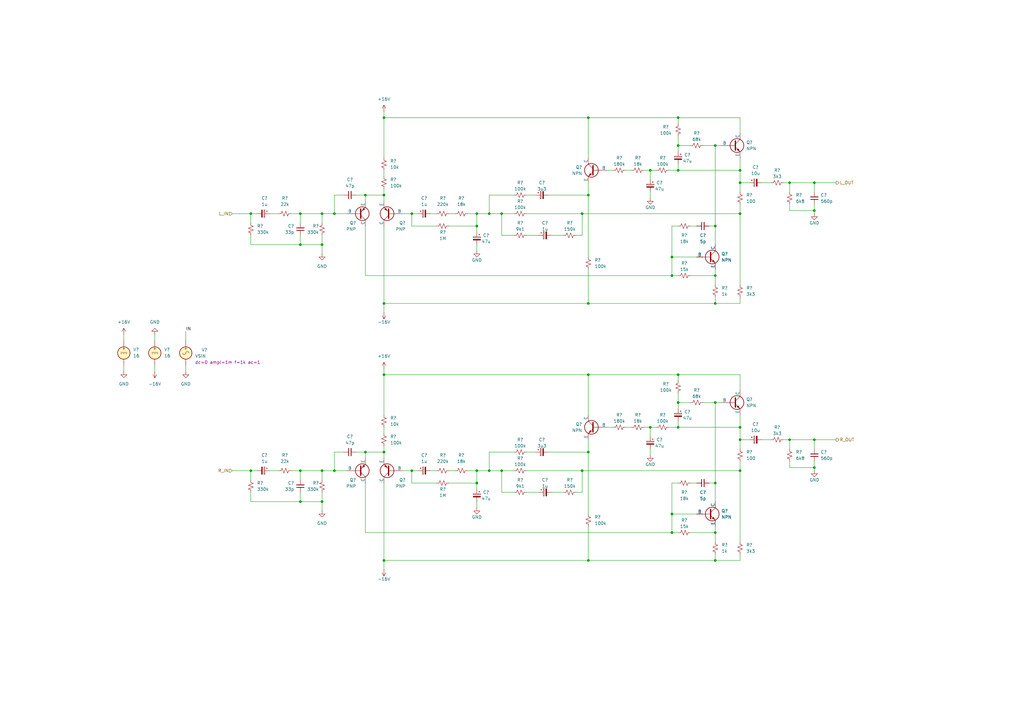
<source format=kicad_sch>
(kicad_sch (version 20231120) (generator "eeschema") (generator_version "8.0")
  (paper "A3")
  (lib_symbols
    (symbol "Device:C_Polarized_Small" (pin_numbers hide) (pin_names (offset 0.254) hide)
      (property "Reference" "C" (at 0.254 1.778 0))
      (property "Value" "C_Polarized_Small" (at 0.254 -2.032 0))
      (symbol "C_Polarized_Small_0_1"
        (rectangle (start -1.524 -0.3048) (end 1.524 -0.6858) (fill (type outline)))
        (rectangle (start -1.524 0.6858) (end 1.524 0.3048))
        (polyline (pts (xy -1.27 1.524) (xy -0.762 1.524)))
        (polyline (pts (xy -1.016 1.27) (xy -1.016 1.778)))
      )
      (symbol "C_Polarized_Small_1_1"
        (pin passive line (at 0 2.54 270) (length 1.8542) (name "~") (number "1"))
        (pin passive line (at 0 -2.54 90) (length 1.8542) (name "~") (number "2"))
      )
    )
    (symbol "Device:C_Small" (pin_numbers hide) (pin_names (offset 0.254) hide)
      (property "Reference" "C" (at 0.254 1.778 0))
      (property "Value" "C_Small" (at 0.254 -2.032 0))
      (symbol "C_Small_0_1"
        (polyline (pts (xy -1.524 -0.508) (xy 1.524 -0.508)) (stroke (width 0.3302)))
        (polyline (pts (xy -1.524 0.508) (xy 1.524 0.508)) (stroke (width 0.3048)))
      )
      (symbol "C_Small_1_1"
        (pin passive line (at 0 2.54 270) (length 2.032) (name "~") (number "1"))
        (pin passive line (at 0 -2.54 90) (length 2.032) (name "~") (number "2"))
      )
    )
    (symbol "Device:R_Small_US" (pin_numbers hide) (pin_names (offset 0.254) hide)
      (property "Reference" "R" (at 0.762 0.508 0))
      (property "Value" "R_Small_US" (at 0.762 -1.016 0))
      (symbol "R_Small_US_1_1"
        (polyline (pts (xy 0 0) (xy 1.016 -0.381) (xy 0 -0.762) (xy -1.016 -1.143) (xy 0 -1.524)))
        (polyline (pts (xy 0 1.524) (xy 1.016 1.143) (xy 0 0.762) (xy -1.016 0.381) (xy 0 0)))
        (pin passive line (at 0 2.54 270) (length 1.016) (name "~") (number "1"))
        (pin passive line (at 0 -2.54 90) (length 1.016) (name "~") (number "2"))
      )
    )
    (symbol "Simulation_SPICE:NPN" (pin_numbers hide) (pin_names (offset 0))
      (property "Reference" "Q" (at -2.54 7.62 0))
      (property "Value" "NPN" (at -2.54 5.08 0))
      (symbol "NPN_0_1"
        (polyline (pts (xy -2.54 0) (xy 0.635 0)) (stroke (width 0.1524)))
        (polyline (pts (xy 0.635 0.635) (xy 2.54 2.54)))
        (polyline (pts (xy 2.794 -1.27) (xy 2.794 -1.27)) (stroke (width 0.1524)))
        (polyline (pts (xy 2.794 -1.27) (xy 2.794 -1.27)) (stroke (width 0.1524)))
        (polyline (pts (xy 0.635 -0.635) (xy 2.54 -2.54) (xy 2.54 -2.54)))
        (polyline (pts (xy 0.635 1.905) (xy 0.635 -1.905) (xy 0.635 -1.905)) (stroke (width 0.508)))
        (polyline (pts (xy 1.27 -1.778) (xy 1.778 -1.27) (xy 2.286 -2.286) (xy 1.27 -1.778) (xy 1.27 -1.778)) (fill (type outline)))
        (circle (center 1.27 0) (radius 2.8194) (stroke (width 0.254)))
      )
      (symbol "NPN_1_1"
        (pin open_collector line (at 2.54 5.08 270) (length 2.54) (name "C") (number "1"))
        (pin input line (at -5.08 0 0) (length 2.54) (name "B") (number "2"))
        (pin open_emitter line (at 2.54 -5.08 90) (length 2.54) (name "E") (number "3"))
      )
    )
    (symbol "Simulation_SPICE:PNP" (pin_numbers hide) (pin_names (offset 0))
      (property "Reference" "Q" (at -2.54 7.62 0))
      (property "Value" "PNP" (at -2.54 5.08 0))
      (symbol "PNP_0_1"
        (polyline (pts (xy -2.54 0) (xy 0.635 0)) (stroke (width 0.1524)))
        (polyline (pts (xy 0.635 0.635) (xy 2.54 2.54)))
        (polyline (pts (xy 0.635 -0.635) (xy 2.54 -2.54) (xy 2.54 -2.54)))
        (polyline (pts (xy 0.635 1.905) (xy 0.635 -1.905) (xy 0.635 -1.905)) (stroke (width 0.508)))
        (polyline (pts (xy 2.286 -1.778) (xy 1.778 -2.286) (xy 1.27 -1.27) (xy 2.286 -1.778) (xy 2.286 -1.778)) (fill (type outline)))
        (circle (center 1.27 0) (radius 2.8194) (stroke (width 0.254)))
      )
      (symbol "PNP_1_1"
        (pin open_collector line (at 2.54 5.08 270) (length 2.54) (name "C") (number "1"))
        (pin input line (at -5.08 0 0) (length 2.54) (name "B") (number "2"))
        (pin open_emitter line (at 2.54 -5.08 90) (length 2.54) (name "E") (number "3"))
      )
    )
    (symbol "Simulation_SPICE:VDC" (pin_numbers hide) (pin_names (offset 0.0254))
      (property "Reference" "V" (at 2.54 2.54 0))
      (property "Value" "1" (at 2.54 0 0))
      (symbol "VDC_0_0"
        (polyline (pts (xy -1.27 0.254) (xy 1.27 0.254)))
        (polyline (pts (xy -0.762 -0.254) (xy -1.27 -0.254)))
        (polyline (pts (xy 0.254 -0.254) (xy -0.254 -0.254)))
        (polyline (pts (xy 1.27 -0.254) (xy 0.762 -0.254)))
        (text "+" (at 0 1.905 0) (effects (font (size 1.27 1.27))))
      )
      (symbol "VDC_0_1"
        (circle (center 0 0) (radius 2.54) (stroke (width 0.254)) (fill (type background)))
      )
      (symbol "VDC_1_1"
        (pin passive line (at 0 5.08 270) (length 2.54) (name "~") (number "1"))
        (pin passive line (at 0 -5.08 90) (length 2.54) (name "~") (number "2"))
      )
    )
    (symbol "Simulation_SPICE:VSIN" (pin_numbers hide) (pin_names (offset 0.0254))
      (property "Reference" "V" (at 2.54 2.54 0))
      (property "Value" "VSIN" (at 2.54 0 0))
      (property "Sim.Params" "dc=0 ampl=1 f=1k ac=1" (at 2.54 -2.54 0))
      (symbol "VSIN_0_0"
        (arc (start 0 0) (mid -0.635 0.6323) (end -1.27 0))
        (arc (start 0 0) (mid 0.635 -0.6323) (end 1.27 0))
        (text "+" (at 0 1.905 0) (effects (font (size 1.27 1.27))))
      )
      (symbol "VSIN_0_1"
        (circle (center 0 0) (radius 2.54) (stroke (width 0.254)) (fill (type background)))
      )
      (symbol "VSIN_1_1"
        (pin passive line (at 0 5.08 270) (length 2.54) (name "~") (number "1"))
        (pin passive line (at 0 -5.08 90) (length 2.54) (name "~") (number "2"))
      )
    )
    (symbol "power:+5V" (power) (pin_numbers hide) (pin_names (offset 0) hide)
      (property "Value" "+5V" (at 0 3.556 0))
      (symbol "+5V_0_1"
        (polyline (pts (xy -0.762 1.27) (xy 0 2.54)))
        (polyline (pts (xy 0 0) (xy 0 2.54)))
        (polyline (pts (xy 0 2.54) (xy 0.762 1.27)))
      )
      (symbol "+5V_1_1"
        (pin power_in line (at 0 0 90) (length 0) (name "~") (number "1"))
      )
    )
    (symbol "power:GND" (power) (pin_numbers hide) (pin_names (offset 0) hide)
      (property "Value" "GND" (at 0 -3.81 0))
      (symbol "GND_0_1"
        (polyline (pts (xy 0 0) (xy 0 -1.27) (xy 1.27 -1.27) (xy 0 -2.54) (xy -1.27 -1.27) (xy 0 -1.27)))
      )
      (symbol "GND_1_1"
        (pin power_in line (at 0 0 270) (length 0) (name "~") (number "1"))
      )
    )
  )
  (junction (at 132.08 87.63))
  (junction (at 266.7 69.85))
  (junction (at 168.91 87.63))
  (junction (at 293.37 124.46))
  (junction (at 195.58 87.63))
  (junction (at 149.86 80.01))
  (junction (at 102.87 193.04))
  (junction (at 278.13 69.85))
  (junction (at 205.74 193.04))
  (junction (at 157.48 153.67))
  (junction (at 278.13 59.69))
  (junction (at 241.3 229.87))
  (junction (at 303.53 69.85))
  (junction (at 303.53 175.26))
  (junction (at 266.7 175.26))
  (junction (at 275.59 218.44))
  (junction (at 132.08 205.74))
  (junction (at 323.85 180.34))
  (junction (at 293.37 165.1))
  (junction (at 123.19 100.33))
  (junction (at 241.3 124.46))
  (junction (at 157.48 48.26))
  (junction (at 123.19 87.63))
  (junction (at 137.16 87.63))
  (junction (at 278.13 165.1))
  (junction (at 205.74 87.63))
  (junction (at 303.53 193.04))
  (junction (at 293.37 198.12))
  (junction (at 200.66 193.04))
  (junction (at 275.59 210.82))
  (junction (at 303.53 180.34))
  (junction (at 195.58 198.12))
  (junction (at 293.37 92.71))
  (junction (at 238.76 193.04))
  (junction (at 123.19 205.74))
  (junction (at 123.19 193.04))
  (junction (at 157.48 80.01))
  (junction (at 200.66 87.63))
  (junction (at 157.48 185.42))
  (junction (at 334.01 180.34))
  (junction (at 137.16 193.04))
  (junction (at 275.59 113.03))
  (junction (at 132.08 100.33))
  (junction (at 334.01 191.77))
  (junction (at 132.08 193.04))
  (junction (at 278.13 48.26))
  (junction (at 303.53 74.93))
  (junction (at 102.87 87.63))
  (junction (at 195.58 92.71))
  (junction (at 241.3 80.01))
  (junction (at 157.48 229.87))
  (junction (at 241.3 185.42))
  (junction (at 195.58 193.04))
  (junction (at 293.37 59.69))
  (junction (at 278.13 175.26))
  (junction (at 303.53 87.63))
  (junction (at 293.37 229.87))
  (junction (at 241.3 153.67))
  (junction (at 293.37 218.44))
  (junction (at 149.86 185.42))
  (junction (at 157.48 124.46))
  (junction (at 323.85 74.93))
  (junction (at 334.01 74.93))
  (junction (at 241.3 48.26))
  (junction (at 293.37 113.03))
  (junction (at 334.01 86.36))
  (junction (at 238.76 87.63))
  (junction (at 168.91 193.04))
  (junction (at 275.59 105.41))
  (junction (at 278.13 153.67))
  (wire (pts (xy 184.15 198.12) (xy 195.58 198.12)))
  (wire (pts (xy 123.19 100.33) (xy 132.08 100.33)))
  (wire (pts (xy 157.48 153.67) (xy 241.3 153.67)))
  (wire (pts (xy 63.5 137.16) (xy 63.5 139.7)))
  (wire (pts (xy 293.37 59.69) (xy 295.91 59.69)))
  (wire (pts (xy 238.76 201.93) (xy 238.76 193.04)))
  (wire (pts (xy 275.59 92.71) (xy 275.59 105.41)))
  (wire (pts (xy 303.53 83.82) (xy 303.53 87.63)))
  (wire (pts (xy 285.75 198.12) (xy 283.21 198.12)))
  (wire (pts (xy 316.23 180.34) (xy 312.42 180.34)))
  (wire (pts (xy 50.8 149.86) (xy 50.8 152.4)))
  (wire (pts (xy 123.19 201.93) (xy 123.19 205.74)))
  (wire (pts (xy 323.85 191.77) (xy 334.01 191.77)))
  (wire (pts (xy 195.58 92.71) (xy 195.58 95.25)))
  (wire (pts (xy 303.53 175.26) (xy 303.53 180.34)))
  (wire (pts (xy 123.19 205.74) (xy 132.08 205.74)))
  (wire (pts (xy 123.19 193.04) (xy 132.08 193.04)))
  (wire (pts (xy 238.76 87.63) (xy 303.53 87.63)))
  (wire (pts (xy 137.16 80.01) (xy 137.16 87.63)))
  (wire (pts (xy 303.53 180.34) (xy 303.53 184.15)))
  (wire (pts (xy 334.01 191.77) (xy 334.01 193.04)))
  (wire (pts (xy 278.13 175.26) (xy 303.53 175.26)))
  (wire (pts (xy 303.53 227.33) (xy 303.53 229.87)))
  (wire (pts (xy 275.59 105.41) (xy 275.59 113.03)))
  (wire (pts (xy 278.13 69.85) (xy 303.53 69.85)))
  (wire (pts (xy 266.7 69.85) (xy 269.24 69.85)))
  (wire (pts (xy 95.25 87.63) (xy 102.87 87.63)))
  (wire (pts (xy 334.01 86.36) (xy 334.01 87.63)))
  (wire (pts (xy 293.37 165.1) (xy 293.37 198.12)))
  (wire (pts (xy 184.15 92.71) (xy 195.58 92.71)))
  (wire (pts (xy 210.82 96.52) (xy 205.74 96.52)))
  (wire (pts (xy 132.08 205.74) (xy 132.08 201.93)))
  (wire (pts (xy 102.87 193.04) (xy 102.87 196.85)))
  (wire (pts (xy 248.92 69.85) (xy 251.46 69.85)))
  (wire (pts (xy 200.66 185.42) (xy 200.66 193.04)))
  (wire (pts (xy 200.66 193.04) (xy 205.74 193.04)))
  (wire (pts (xy 303.53 69.85) (xy 303.53 74.93)))
  (wire (pts (xy 210.82 80.01) (xy 200.66 80.01)))
  (wire (pts (xy 195.58 87.63) (xy 195.58 92.71)))
  (wire (pts (xy 102.87 100.33) (xy 123.19 100.33)))
  (wire (pts (xy 323.85 189.23) (xy 323.85 191.77)))
  (wire (pts (xy 157.48 80.01) (xy 157.48 82.55)))
  (wire (pts (xy 303.53 193.04) (xy 303.53 222.25)))
  (wire (pts (xy 224.79 80.01) (xy 241.3 80.01)))
  (wire (pts (xy 293.37 124.46) (xy 303.53 124.46)))
  (wire (pts (xy 123.19 87.63) (xy 132.08 87.63)))
  (wire (pts (xy 137.16 193.04) (xy 142.24 193.04)))
  (wire (pts (xy 275.59 210.82) (xy 285.75 210.82)))
  (wire (pts (xy 323.85 180.34) (xy 323.85 184.15)))
  (wire (pts (xy 241.3 80.01) (xy 241.3 74.93)))
  (wire (pts (xy 293.37 92.71) (xy 290.83 92.71)))
  (wire (pts (xy 278.13 69.85) (xy 274.32 69.85)))
  (wire (pts (xy 275.59 198.12) (xy 275.59 210.82)))
  (wire (pts (xy 168.91 198.12) (xy 179.07 198.12)))
  (wire (pts (xy 293.37 229.87) (xy 303.53 229.87)))
  (wire (pts (xy 241.3 153.67) (xy 241.3 170.18)))
  (wire (pts (xy 102.87 201.93) (xy 102.87 205.74)))
  (wire (pts (xy 278.13 55.88) (xy 278.13 59.69)))
  (wire (pts (xy 132.08 100.33) (xy 132.08 104.14)))
  (wire (pts (xy 278.13 67.31) (xy 278.13 69.85)))
  (wire (pts (xy 236.22 201.93) (xy 238.76 201.93)))
  (wire (pts (xy 195.58 87.63) (xy 200.66 87.63)))
  (wire (pts (xy 278.13 175.26) (xy 274.32 175.26)))
  (wire (pts (xy 200.66 87.63) (xy 205.74 87.63)))
  (wire (pts (xy 132.08 205.74) (xy 132.08 209.55)))
  (wire (pts (xy 342.9 180.34) (xy 334.01 180.34)))
  (wire (pts (xy 157.48 185.42) (xy 149.86 185.42)))
  (wire (pts (xy 102.87 87.63) (xy 102.87 91.44)))
  (wire (pts (xy 149.86 218.44) (xy 275.59 218.44)))
  (wire (pts (xy 303.53 48.26) (xy 303.53 54.61)))
  (wire (pts (xy 293.37 218.44) (xy 293.37 222.25)))
  (wire (pts (xy 157.48 48.26) (xy 241.3 48.26)))
  (wire (pts (xy 191.77 87.63) (xy 195.58 87.63)))
  (wire (pts (xy 95.25 193.04) (xy 102.87 193.04)))
  (wire (pts (xy 238.76 96.52) (xy 238.76 87.63)))
  (wire (pts (xy 241.3 229.87) (xy 293.37 229.87)))
  (wire (pts (xy 195.58 102.87) (xy 195.58 100.33)))
  (wire (pts (xy 264.16 69.85) (xy 266.7 69.85)))
  (wire (pts (xy 278.13 165.1) (xy 278.13 167.64)))
  (wire (pts (xy 256.54 175.26) (xy 259.08 175.26)))
  (wire (pts (xy 266.7 175.26) (xy 269.24 175.26)))
  (wire (pts (xy 157.48 45.72) (xy 157.48 48.26)))
  (wire (pts (xy 226.06 96.52) (xy 231.14 96.52)))
  (wire (pts (xy 241.3 185.42) (xy 241.3 210.82)))
  (wire (pts (xy 303.53 87.63) (xy 303.53 116.84)))
  (wire (pts (xy 205.74 193.04) (xy 210.82 193.04)))
  (wire (pts (xy 50.8 137.16) (xy 50.8 139.7)))
  (wire (pts (xy 123.19 87.63) (xy 123.19 91.44)))
  (wire (pts (xy 168.91 193.04) (xy 171.45 193.04)))
  (wire (pts (xy 278.13 153.67) (xy 278.13 156.21)))
  (wire (pts (xy 132.08 87.63) (xy 137.16 87.63)))
  (wire (pts (xy 342.9 74.93) (xy 334.01 74.93)))
  (wire (pts (xy 303.53 69.85) (xy 303.53 64.77)))
  (wire (pts (xy 307.34 74.93) (xy 303.53 74.93)))
  (wire (pts (xy 238.76 193.04) (xy 215.9 193.04)))
  (wire (pts (xy 210.82 201.93) (xy 205.74 201.93)))
  (wire (pts (xy 149.86 80.01) (xy 149.86 82.55)))
  (wire (pts (xy 157.48 80.01) (xy 149.86 80.01)))
  (wire (pts (xy 184.15 87.63) (xy 186.69 87.63)))
  (wire (pts (xy 278.13 161.29) (xy 278.13 165.1)))
  (wire (pts (xy 195.58 193.04) (xy 200.66 193.04)))
  (wire (pts (xy 241.3 215.9) (xy 241.3 229.87)))
  (wire (pts (xy 293.37 198.12) (xy 290.83 198.12)))
  (wire (pts (xy 288.29 59.69) (xy 293.37 59.69)))
  (wire (pts (xy 278.13 59.69) (xy 283.21 59.69)))
  (wire (pts (xy 102.87 205.74) (xy 123.19 205.74)))
  (wire (pts (xy 334.01 180.34) (xy 334.01 184.15)))
  (wire (pts (xy 157.48 198.12) (xy 157.48 229.87)))
  (wire (pts (xy 241.3 110.49) (xy 241.3 124.46)))
  (wire (pts (xy 149.86 198.12) (xy 149.86 218.44)))
  (wire (pts (xy 102.87 193.04) (xy 105.41 193.04)))
  (wire (pts (xy 157.48 92.71) (xy 157.48 124.46)))
  (wire (pts (xy 334.01 83.82) (xy 334.01 86.36)))
  (wire (pts (xy 288.29 165.1) (xy 293.37 165.1)))
  (wire (pts (xy 215.9 80.01) (xy 219.71 80.01)))
  (wire (pts (xy 168.91 87.63) (xy 168.91 92.71)))
  (wire (pts (xy 266.7 73.66) (xy 266.7 69.85)))
  (wire (pts (xy 266.7 179.07) (xy 266.7 175.26)))
  (wire (pts (xy 157.48 69.85) (xy 157.48 72.39)))
  (wire (pts (xy 195.58 193.04) (xy 195.58 198.12)))
  (wire (pts (xy 176.53 87.63) (xy 179.07 87.63)))
  (wire (pts (xy 307.34 180.34) (xy 303.53 180.34)))
  (wire (pts (xy 157.48 124.46) (xy 241.3 124.46)))
  (wire (pts (xy 157.48 153.67) (xy 157.48 170.18)))
  (wire (pts (xy 157.48 185.42) (xy 157.48 187.96)))
  (wire (pts (xy 149.86 185.42) (xy 149.86 187.96)))
  (wire (pts (xy 149.86 113.03) (xy 275.59 113.03)))
  (wire (pts (xy 238.76 87.63) (xy 215.9 87.63)))
  (wire (pts (xy 210.82 185.42) (xy 200.66 185.42)))
  (wire (pts (xy 157.48 182.88) (xy 157.48 185.42)))
  (wire (pts (xy 157.48 48.26) (xy 157.48 64.77)))
  (wire (pts (xy 238.76 193.04) (xy 303.53 193.04)))
  (wire (pts (xy 205.74 87.63) (xy 210.82 87.63)))
  (wire (pts (xy 275.59 105.41) (xy 285.75 105.41)))
  (wire (pts (xy 334.01 180.34) (xy 323.85 180.34)))
  (wire (pts (xy 293.37 59.69) (xy 293.37 92.71)))
  (wire (pts (xy 303.53 189.23) (xy 303.53 193.04)))
  (wire (pts (xy 140.97 80.01) (xy 137.16 80.01)))
  (wire (pts (xy 165.1 193.04) (xy 168.91 193.04)))
  (wire (pts (xy 119.38 87.63) (xy 123.19 87.63)))
  (wire (pts (xy 226.06 201.93) (xy 231.14 201.93)))
  (wire (pts (xy 165.1 87.63) (xy 168.91 87.63)))
  (wire (pts (xy 184.15 193.04) (xy 186.69 193.04)))
  (wire (pts (xy 157.48 124.46) (xy 157.48 128.27)))
  (wire (pts (xy 215.9 185.42) (xy 219.71 185.42)))
  (wire (pts (xy 102.87 96.52) (xy 102.87 100.33)))
  (wire (pts (xy 278.13 48.26) (xy 278.13 50.8)))
  (wire (pts (xy 303.53 175.26) (xy 303.53 170.18)))
  (wire (pts (xy 123.19 96.52) (xy 123.19 100.33)))
  (wire (pts (xy 149.86 185.42) (xy 146.05 185.42)))
  (wire (pts (xy 323.85 180.34) (xy 321.31 180.34)))
  (wire (pts (xy 293.37 218.44) (xy 293.37 215.9)))
  (wire (pts (xy 110.49 193.04) (xy 114.3 193.04)))
  (wire (pts (xy 285.75 92.71) (xy 283.21 92.71)))
  (wire (pts (xy 195.58 198.12) (xy 195.58 200.66)))
  (wire (pts (xy 323.85 74.93) (xy 321.31 74.93)))
  (wire (pts (xy 323.85 74.93) (xy 323.85 78.74)))
  (wire (pts (xy 63.5 149.86) (xy 63.5 152.4)))
  (wire (pts (xy 323.85 86.36) (xy 334.01 86.36)))
  (wire (pts (xy 241.3 48.26) (xy 241.3 64.77)))
  (wire (pts (xy 278.13 153.67) (xy 303.53 153.67)))
  (wire (pts (xy 191.77 193.04) (xy 195.58 193.04)))
  (wire (pts (xy 303.53 121.92) (xy 303.53 124.46)))
  (wire (pts (xy 157.48 175.26) (xy 157.48 177.8)))
  (wire (pts (xy 200.66 80.01) (xy 200.66 87.63)))
  (wire (pts (xy 110.49 87.63) (xy 114.3 87.63)))
  (wire (pts (xy 76.2 152.4) (xy 76.2 149.86)))
  (wire (pts (xy 275.59 218.44) (xy 278.13 218.44)))
  (wire (pts (xy 102.87 87.63) (xy 105.41 87.63)))
  (wire (pts (xy 132.08 91.44) (xy 132.08 87.63)))
  (wire (pts (xy 293.37 113.03) (xy 293.37 116.84)))
  (wire (pts (xy 157.48 229.87) (xy 157.48 233.68)))
  (wire (pts (xy 323.85 83.82) (xy 323.85 86.36)))
  (wire (pts (xy 278.13 165.1) (xy 283.21 165.1)))
  (wire (pts (xy 241.3 153.67) (xy 278.13 153.67)))
  (wire (pts (xy 278.13 48.26) (xy 303.53 48.26)))
  (wire (pts (xy 303.53 153.67) (xy 303.53 160.02)))
  (wire (pts (xy 334.01 74.93) (xy 334.01 78.74)))
  (wire (pts (xy 76.2 139.7) (xy 76.2 135.89)))
  (wire (pts (xy 149.86 80.01) (xy 146.05 80.01)))
  (wire (pts (xy 157.48 151.13) (xy 157.48 153.67)))
  (wire (pts (xy 293.37 92.71) (xy 293.37 100.33)))
  (wire (pts (xy 293.37 198.12) (xy 293.37 205.74)))
  (wire (pts (xy 241.3 48.26) (xy 278.13 48.26)))
  (wire (pts (xy 205.74 201.93) (xy 205.74 193.04)))
  (wire (pts (xy 283.21 113.03) (xy 293.37 113.03)))
  (wire (pts (xy 123.19 193.04) (xy 123.19 196.85)))
  (wire (pts (xy 278.13 198.12) (xy 275.59 198.12)))
  (wire (pts (xy 278.13 59.69) (xy 278.13 62.23)))
  (wire (pts (xy 140.97 185.42) (xy 137.16 185.42)))
  (wire (pts (xy 266.7 184.15) (xy 266.7 186.69)))
  (wire (pts (xy 334.01 189.23) (xy 334.01 191.77)))
  (wire (pts (xy 334.01 74.93) (xy 323.85 74.93)))
  (wire (pts (xy 266.7 78.74) (xy 266.7 81.28)))
  (wire (pts (xy 256.54 69.85) (xy 259.08 69.85)))
  (wire (pts (xy 137.16 87.63) (xy 142.24 87.63)))
  (wire (pts (xy 303.53 74.93) (xy 303.53 78.74)))
  (wire (pts (xy 132.08 100.33) (xy 132.08 96.52)))
  (wire (pts (xy 264.16 175.26) (xy 266.7 175.26)))
  (wire (pts (xy 248.92 175.26) (xy 251.46 175.26)))
  (wire (pts (xy 157.48 77.47) (xy 157.48 80.01)))
  (wire (pts (xy 293.37 113.03) (xy 293.37 110.49)))
  (wire (pts (xy 275.59 113.03) (xy 278.13 113.03)))
  (wire (pts (xy 195.58 208.28) (xy 195.58 205.74)))
  (wire (pts (xy 293.37 227.33) (xy 293.37 229.87)))
  (wire (pts (xy 205.74 96.52) (xy 205.74 87.63)))
  (wire (pts (xy 168.91 92.71) (xy 179.07 92.71)))
  (wire (pts (xy 275.59 210.82) (xy 275.59 218.44)))
  (wire (pts (xy 236.22 96.52) (xy 238.76 96.52)))
  (wire (pts (xy 293.37 165.1) (xy 295.91 165.1)))
  (wire (pts (xy 168.91 87.63) (xy 171.45 87.63)))
  (wire (pts (xy 168.91 193.04) (xy 168.91 198.12)))
  (wire (pts (xy 278.13 172.72) (xy 278.13 175.26)))
  (wire (pts (xy 224.79 185.42) (xy 241.3 185.42)))
  (wire (pts (xy 241.3 124.46) (xy 293.37 124.46)))
  (wire (pts (xy 316.23 74.93) (xy 312.42 74.93)))
  (wire (pts (xy 137.16 185.42) (xy 137.16 193.04)))
  (wire (pts (xy 293.37 121.92) (xy 293.37 124.46)))
  (wire (pts (xy 157.48 229.87) (xy 241.3 229.87)))
  (wire (pts (xy 278.13 92.71) (xy 275.59 92.71)))
  (wire (pts (xy 241.3 185.42) (xy 241.3 180.34)))
  (wire (pts (xy 176.53 193.04) (xy 179.07 193.04)))
  (wire (pts (xy 149.86 92.71) (xy 149.86 113.03)))
  (wire (pts (xy 215.9 201.93) (xy 220.98 201.93)))
  (wire (pts (xy 132.08 193.04) (xy 137.16 193.04)))
  (wire (pts (xy 119.38 193.04) (xy 123.19 193.04)))
  (wire (pts (xy 215.9 96.52) (xy 220.98 96.52)))
  (wire (pts (xy 132.08 196.85) (xy 132.08 193.04)))
  (wire (pts (xy 241.3 80.01) (xy 241.3 105.41)))
  (wire (pts (xy 283.21 218.44) (xy 293.37 218.44)))
  (label "IN" (at 76.2 135.89 0))
  (hierarchical_label "R_OUT" (shape output) (at 342.9 180.34 0))
  (hierarchical_label "R_IN" (shape input) (at 95.25 193.04 180))
  (hierarchical_label "L_IN" (shape input) (at 95.25 87.63 180))
  (hierarchical_label "L_OUT" (shape output) (at 342.9 74.93 0))
  (symbol (lib_id "Device:R_Small_US") (at 303.53 119.38 0) (unit 1)
    (property "Reference" "R?" (at 306.07 118.1099 0) (effects (justify left)))
    (property "Value" "3k3" (at 306.07 120.6499 0) (effects (justify left)))
    (property "Description" "Resistor, small US symbol" (effects (hide yes)))
  )
  (symbol (lib_id "Device:C_Small") (at 123.19 199.39 0) (mirror x) (unit 1)
    (property "Reference" "C?" (at 120.65 198.1135 0) (effects (justify right)))
    (property "Value" "33p" (at 120.65 200.6535 0) (effects (justify right)))
    (property "Description" "Unpolarized capacitor, small symbol" (effects (hide yes)))
  )
  (symbol (lib_id "Device:C_Small") (at 288.29 92.71 90) (unit 1)
    (property "Reference" "C?" (at 288.29 96.52 90))
    (property "Value" "5p" (at 288.29 99.06 90))
    (property "Description" "Unpolarized capacitor, small symbol" (effects (hide yes)))
  )
  (symbol (lib_id "Device:R_Small_US") (at 132.08 93.98 0) (mirror y) (unit 1)
    (property "Reference" "R?" (at 130.81 92.71 0) (effects (justify left)))
    (property "Value" "330k" (at 130.81 95.25 0) (effects (justify left)))
    (property "Description" "Resistor, small US symbol" (effects (hide yes)))
  )
  (symbol (lib_id "Device:R_Small_US") (at 102.87 199.39 0) (unit 1)
    (property "Reference" "R?" (at 105.41 198.1199 0) (effects (justify left)))
    (property "Value" "330k" (at 105.41 200.6599 0) (effects (justify left)))
    (property "Description" "Resistor, small US symbol" (effects (hide yes)))
  )
  (symbol (lib_id "Simulation_SPICE:NPN") (at 243.84 69.85 0) (mirror y) (unit 1)
    (property "Reference" "Q?" (at 238.76 68.5799 0) (effects (justify left)))
    (property "Value" "NPN" (at 238.76 71.1199 0) (effects (justify left)))
    (property "Datasheet" "https://ngspice.sourceforge.io/docs/ngspice-html-manual/manual.xhtml#cha_BJTs" (effects (hide yes)))
    (property "Description" "Bipolar transistor symbol for simulation only, substrate tied to the emitter" (effects (hide yes)))
    (property "Sim.Device" "NPN" (effects (hide yes)))
    (property "Sim.Type" "GUMMELPOON" (effects (hide yes)))
    (property "Sim.Pins" "1=C 2=B 3=E" (effects (hide yes)))
  )
  (symbol (lib_id "Device:R_Small_US") (at 116.84 87.63 90) (unit 1)
    (property "Reference" "R?" (at 116.84 81.28 90))
    (property "Value" "22k" (at 116.84 83.82 90))
    (property "Description" "Resistor, small US symbol" (effects (hide yes)))
  )
  (symbol (lib_id "power:GND") (at 266.7 81.28 0) (unit 1)
    (property "Reference" "#PWR0202" (effects (hide yes)))
    (property "Value" "GND" (at 266.7 85.09 0))
    (property "Description" "Power symbol creates a global label with name \"GND\" , ground" (effects (hide yes)))
  )
  (symbol (lib_id "Device:R_Small_US") (at 280.67 113.03 90) (unit 1)
    (property "Reference" "R?" (at 280.67 107.95 90))
    (property "Value" "15k" (at 280.67 110.49 90))
    (property "Description" "Resistor, small US symbol" (effects (hide yes)))
  )
  (symbol (lib_id "power:+5V") (at 63.5 152.4 180) (unit 1)
    (property "Reference" "#PWR0211" (effects (hide yes)))
    (property "Value" "-16V" (at 63.5 157.48 0))
  )
  (symbol (lib_id "Device:R_Small_US") (at 254 175.26 90) (unit 1)
    (property "Reference" "R?" (at 254 170.18 90))
    (property "Value" "180k" (at 254 172.72 90))
    (property "Description" "Resistor, small US symbol" (effects (hide yes)))
  )
  (symbol (lib_id "Device:R_Small_US") (at 271.78 69.85 90) (unit 1)
    (property "Reference" "R?" (at 271.78 64.77 90))
    (property "Value" "100k" (at 271.78 67.31 90))
    (property "Description" "Resistor, small US symbol" (effects (hide yes)))
  )
  (symbol (lib_id "Device:R_Small_US") (at 213.36 201.93 90) (unit 1)
    (property "Reference" "R?" (at 213.36 196.85 90))
    (property "Value" "9k1" (at 213.36 199.39 90))
    (property "Description" "Resistor, small US symbol" (effects (hide yes)))
  )
  (symbol (lib_id "power:+5V") (at 157.48 45.72 0) (unit 1)
    (property "Reference" "#PWR0201" (effects (hide yes)))
    (property "Value" "+16V" (at 157.48 40.64 0))
  )
  (symbol (lib_id "Device:C_Small") (at 143.51 80.01 90) (unit 1)
    (property "Reference" "C?" (at 143.5163 73.66 90))
    (property "Value" "47p" (at 143.5163 76.2 90))
    (property "Description" "Unpolarized capacitor, small symbol" (effects (hide yes)))
  )
  (symbol (lib_id "Device:R_Small_US") (at 278.13 158.75 0) (mirror y) (unit 1)
    (property "Reference" "R?" (at 273.05 157.48 0))
    (property "Value" "100k" (at 273.05 160.02 0))
    (property "Description" "Resistor, small US symbol" (effects (hide yes)))
  )
  (symbol (lib_id "power:GND") (at 334.01 87.63 0) (unit 1)
    (property "Reference" "#PWR0203" (effects (hide yes)))
    (property "Value" "GND" (at 334.01 91.44 0))
    (property "Description" "Power symbol creates a global label with name \"GND\" , ground" (effects (hide yes)))
  )
  (symbol (lib_id "Device:R_Small_US") (at 254 69.85 90) (unit 1)
    (property "Reference" "R?" (at 254 64.77 90))
    (property "Value" "180k" (at 254 67.31 90))
    (property "Description" "Resistor, small US symbol" (effects (hide yes)))
  )
  (symbol (lib_id "Device:R_Small_US") (at 318.77 180.34 90) (unit 1)
    (property "Reference" "R?" (at 318.77 175.26 90))
    (property "Value" "3k3" (at 318.77 177.8 90))
    (property "Description" "Resistor, small US symbol" (effects (hide yes)))
  )
  (symbol (lib_id "Simulation_SPICE:PNP") (at 160.02 193.04 180) (unit 1)
    (property "Reference" "Q?" (at 166.37 196.85 0) (effects (justify left)))
    (property "Value" "PNP" (at 166.37 199.39 0) (effects (justify left)))
    (property "Datasheet" "https://ngspice.sourceforge.io/docs/ngspice-html-manual/manual.xhtml#cha_BJTs" (effects (hide yes)))
    (property "Description" "Bipolar transistor symbol for simulation only, substrate tied to the emitter" (effects (hide yes)))
    (property "Sim.Device" "PNP" (effects (hide yes)))
    (property "Sim.Type" "GUMMELPOON" (effects (hide yes)))
    (property "Sim.Pins" "1=C 2=B 3=E" (effects (hide yes)))
  )
  (symbol (lib_id "power:GND") (at 132.08 104.14 0) (unit 1)
    (property "Reference" "#PWR0205" (effects (hide yes)))
    (property "Value" "GND" (at 132.08 109.22 0))
    (property "Description" "Power symbol creates a global label with name \"GND\" , ground" (effects (hide yes)))
  )
  (symbol (lib_id "Device:R_Small_US") (at 102.87 93.98 0) (unit 1)
    (property "Reference" "R?" (at 105.41 92.7099 0) (effects (justify left)))
    (property "Value" "330k" (at 105.41 95.2499 0) (effects (justify left)))
    (property "Description" "Resistor, small US symbol" (effects (hide yes)))
  )
  (symbol (lib_id "Device:C_Polarized_Small") (at 222.25 185.42 90) (mirror x) (unit 1)
    (property "Reference" "C?" (at 222.25 180.34 90))
    (property "Value" "3u3" (at 222.25 182.88 90))
    (property "Description" "Polarized capacitor, small symbol" (effects (hide yes)))
  )
  (symbol (lib_id "Device:R_Small_US") (at 213.36 87.63 90) (unit 1)
    (property "Reference" "R?" (at 213.36 82.55 90))
    (property "Value" "100k" (at 213.36 85.09 90))
    (property "Description" "Resistor, small US symbol" (effects (hide yes)))
  )
  (symbol (lib_id "power:GND") (at 334.01 193.04 0) (unit 1)
    (property "Reference" "#PWR0214" (effects (hide yes)))
    (property "Value" "GND" (at 334.01 196.85 0))
    (property "Description" "Power symbol creates a global label with name \"GND\" , ground" (effects (hide yes)))
  )
  (symbol (lib_id "Device:R_Small_US") (at 157.48 74.93 0) (unit 1)
    (property "Reference" "R?" (at 160.02 73.6599 0) (effects (justify left)))
    (property "Value" "100k" (at 160.02 76.1999 0) (effects (justify left)))
    (property "Description" "Resistor, small US symbol" (effects (hide yes)))
  )
  (symbol (lib_id "Device:C_Polarized_Small") (at 266.7 181.61 0) (mirror y) (unit 1)
    (property "Reference" "C?" (at 270.51 180.34 0))
    (property "Value" "47u" (at 270.51 182.88 0))
    (property "Description" "Polarized capacitor, small symbol" (effects (hide yes)))
  )
  (symbol (lib_id "Device:R_Small_US") (at 280.67 218.44 90) (unit 1)
    (property "Reference" "R?" (at 280.67 213.36 90))
    (property "Value" "15k" (at 280.67 215.9 90))
    (property "Description" "Resistor, small US symbol" (effects (hide yes)))
  )
  (symbol (lib_id "Device:R_Small_US") (at 213.36 80.01 90) (unit 1)
    (property "Reference" "R?" (at 213.36 74.93 90))
    (property "Value" "100k" (at 213.36 77.47 90))
    (property "Description" "Resistor, small US symbol" (effects (hide yes)))
  )
  (symbol (lib_id "Device:C_Small") (at 334.01 186.69 180) (unit 1)
    (property "Reference" "C?" (at 336.55 185.4135 0) (effects (justify right)))
    (property "Value" "560p" (at 336.55 187.9535 0) (effects (justify right)))
    (property "Description" "Unpolarized capacitor, small symbol" (effects (hide yes)))
  )
  (symbol (lib_id "Device:C_Polarized_Small") (at 309.88 180.34 90) (mirror x) (unit 1)
    (property "Reference" "C?" (at 309.88 173.99 90))
    (property "Value" "10u" (at 309.88 176.53 90))
    (property "Description" "Polarized capacitor, small symbol" (effects (hide yes)))
  )
  (symbol (lib_id "Device:R_Small_US") (at 181.61 198.12 90) (unit 1)
    (property "Reference" "R?" (at 181.61 200.66 90))
    (property "Value" "1M" (at 181.61 203.2 90))
    (property "Description" "Resistor, small US symbol" (effects (hide yes)))
  )
  (symbol (lib_id "Device:R_Small_US") (at 280.67 92.71 90) (unit 1)
    (property "Reference" "R?" (at 280.67 96.52 90))
    (property "Value" "18k" (at 280.67 99.06 90))
    (property "Description" "Resistor, small US symbol" (effects (hide yes)))
  )
  (symbol (lib_id "Device:C_Polarized_Small") (at 173.99 193.04 90) (mirror x) (unit 1)
    (property "Reference" "C?" (at 173.99 186.69 90))
    (property "Value" "1u" (at 173.99 189.23 90))
    (property "Description" "Polarized capacitor, small symbol" (effects (hide yes)))
  )
  (symbol (lib_id "Simulation_SPICE:PNP") (at 147.32 193.04 0) (mirror x) (unit 1)
    (property "Reference" "Q?" (at 146.05 196.85 0) (effects (justify right)))
    (property "Value" "PNP" (at 146.05 199.39 0) (effects (justify right)))
    (property "Datasheet" "https://ngspice.sourceforge.io/docs/ngspice-html-manual/manual.xhtml#cha_BJTs" (effects (hide yes)))
    (property "Description" "Bipolar transistor symbol for simulation only, substrate tied to the emitter" (effects (hide yes)))
    (property "Sim.Device" "PNP" (effects (hide yes)))
    (property "Sim.Type" "GUMMELPOON" (effects (hide yes)))
    (property "Sim.Pins" "1=C 2=B 3=E" (effects (hide yes)))
  )
  (symbol (lib_id "Device:C_Polarized_Small") (at 223.52 96.52 90) (mirror x) (unit 1)
    (property "Reference" "C?" (at 223.52 91.44 90))
    (property "Value" "1u" (at 223.52 93.98 90))
    (property "Description" "Polarized capacitor, small symbol" (effects (hide yes)))
  )
  (symbol (lib_id "Device:C_Polarized_Small") (at 195.58 203.2 0) (mirror y) (unit 1)
    (property "Reference" "C?" (at 199.39 201.93 0))
    (property "Value" "47u" (at 199.39 204.47 0))
    (property "Description" "Polarized capacitor, small symbol" (effects (hide yes)))
  )
  (symbol (lib_id "Device:R_Small_US") (at 233.68 201.93 90) (unit 1)
    (property "Reference" "R?" (at 233.68 196.85 90))
    (property "Value" "150k" (at 233.68 199.39 90))
    (property "Description" "Resistor, small US symbol" (effects (hide yes)))
  )
  (symbol (lib_id "Device:R_Small_US") (at 303.53 186.69 0) (unit 1)
    (property "Reference" "R?" (at 306.07 185.4199 0) (effects (justify left)))
    (property "Value" "100" (at 306.07 187.9599 0) (effects (justify left)))
    (property "Description" "Resistor, small US symbol" (effects (hide yes)))
  )
  (symbol (lib_id "power:GND") (at 132.08 209.55 0) (unit 1)
    (property "Reference" "#PWR0216" (effects (hide yes)))
    (property "Value" "GND" (at 132.08 214.63 0))
    (property "Description" "Power symbol creates a global label with name \"GND\" , ground" (effects (hide yes)))
  )
  (symbol (lib_id "power:+5V") (at 157.48 233.68 180) (unit 1)
    (property "Reference" "#PWR0217" (effects (hide yes)))
    (property "Value" "-16V" (at 157.48 237.49 0))
  )
  (symbol (lib_id "Device:R_Small_US") (at 318.77 74.93 90) (unit 1)
    (property "Reference" "R?" (at 318.77 69.85 90))
    (property "Value" "3k3" (at 318.77 72.39 90))
    (property "Description" "Resistor, small US symbol" (effects (hide yes)))
  )
  (symbol (lib_id "Device:C_Small") (at 143.51 185.42 90) (unit 1)
    (property "Reference" "C?" (at 143.5163 179.07 90))
    (property "Value" "47p" (at 143.5163 181.61 90))
    (property "Description" "Unpolarized capacitor, small symbol" (effects (hide yes)))
  )
  (symbol (lib_id "Simulation_SPICE:PNP") (at 147.32 87.63 0) (mirror x) (unit 1)
    (property "Reference" "Q?" (at 146.05 91.44 0) (effects (justify right)))
    (property "Value" "PNP" (at 146.05 93.98 0) (effects (justify right)))
    (property "Datasheet" "https://ngspice.sourceforge.io/docs/ngspice-html-manual/manual.xhtml#cha_BJTs" (effects (hide yes)))
    (property "Description" "Bipolar transistor symbol for simulation only, substrate tied to the emitter" (effects (hide yes)))
    (property "Sim.Device" "PNP" (effects (hide yes)))
    (property "Sim.Type" "GUMMELPOON" (effects (hide yes)))
    (property "Sim.Pins" "1=C 2=B 3=E" (effects (hide yes)))
  )
  (symbol (lib_id "Device:R_Small_US") (at 293.37 119.38 0) (unit 1)
    (property "Reference" "R?" (at 295.91 118.1099 0) (effects (justify left)))
    (property "Value" "1k" (at 295.91 120.6499 0) (effects (justify left)))
    (property "Description" "Resistor, small US symbol" (effects (hide yes)))
  )
  (symbol (lib_id "Device:R_Small_US") (at 293.37 224.79 0) (unit 1)
    (property "Reference" "R?" (at 295.91 223.5199 0) (effects (justify left)))
    (property "Value" "1k" (at 295.91 226.0599 0) (effects (justify left)))
    (property "Description" "Resistor, small US symbol" (effects (hide yes)))
  )
  (symbol (lib_id "Device:C_Polarized_Small") (at 278.13 170.18 0) (mirror y) (unit 1)
    (property "Reference" "C?" (at 281.94 168.91 0))
    (property "Value" "47u" (at 281.94 171.45 0))
    (property "Description" "Polarized capacitor, small symbol" (effects (hide yes)))
  )
  (symbol (lib_id "Device:R_Small_US") (at 213.36 185.42 90) (unit 1)
    (property "Reference" "R?" (at 213.36 180.34 90))
    (property "Value" "100k" (at 213.36 182.88 90))
    (property "Description" "Resistor, small US symbol" (effects (hide yes)))
  )
  (symbol (lib_id "Device:R_Small_US") (at 323.85 81.28 0) (unit 1)
    (property "Reference" "R?" (at 326.39 80.0099 0) (effects (justify left)))
    (property "Value" "6k8" (at 326.39 82.5499 0) (effects (justify left)))
    (property "Description" "Resistor, small US symbol" (effects (hide yes)))
  )
  (symbol (lib_id "Device:C_Small") (at 123.19 93.98 0) (mirror x) (unit 1)
    (property "Reference" "C?" (at 120.65 92.7035 0) (effects (justify right)))
    (property "Value" "33p" (at 120.65 95.2435 0) (effects (justify right)))
    (property "Description" "Unpolarized capacitor, small symbol" (effects (hide yes)))
  )
  (symbol (lib_id "Device:R_Small_US") (at 285.75 165.1 90) (unit 1)
    (property "Reference" "R?" (at 285.75 160.02 90))
    (property "Value" "68k" (at 285.75 162.56 90))
    (property "Description" "Resistor, small US symbol" (effects (hide yes)))
  )
  (symbol (lib_id "power:GND") (at 195.58 102.87 0) (unit 1)
    (property "Reference" "#PWR0204" (effects (hide yes)))
    (property "Value" "GND" (at 195.58 106.68 0))
    (property "Description" "Power symbol creates a global label with name \"GND\" , ground" (effects (hide yes)))
  )
  (symbol (lib_id "Device:R_Small_US") (at 278.13 53.34 0) (mirror y) (unit 1)
    (property "Reference" "R?" (at 273.05 52.07 0))
    (property "Value" "100k" (at 273.05 54.61 0))
    (property "Description" "Resistor, small US symbol" (effects (hide yes)))
  )
  (symbol (lib_id "Device:R_Small_US") (at 323.85 186.69 0) (unit 1)
    (property "Reference" "R?" (at 326.39 185.4199 0) (effects (justify left)))
    (property "Value" "6k8" (at 326.39 187.9599 0) (effects (justify left)))
    (property "Description" "Resistor, small US symbol" (effects (hide yes)))
  )
  (symbol (lib_id "Device:R_Small_US") (at 233.68 96.52 90) (unit 1)
    (property "Reference" "R?" (at 233.68 91.44 90))
    (property "Value" "150k" (at 233.68 93.98 90))
    (property "Description" "Resistor, small US symbol" (effects (hide yes)))
  )
  (symbol (lib_id "power:GND") (at 266.7 186.69 0) (unit 1)
    (property "Reference" "#PWR0213" (effects (hide yes)))
    (property "Value" "GND" (at 266.7 190.5 0))
    (property "Description" "Power symbol creates a global label with name \"GND\" , ground" (effects (hide yes)))
  )
  (symbol (lib_id "power:+5V") (at 157.48 151.13 0) (unit 1)
    (property "Reference" "#PWR0209" (effects (hide yes)))
    (property "Value" "+16V" (at 157.48 146.05 0))
  )
  (symbol (lib_id "Device:C_Small") (at 334.01 81.28 180) (unit 1)
    (property "Reference" "C?" (at 336.55 80.0035 0) (effects (justify right)))
    (property "Value" "560p" (at 336.55 82.5435 0) (effects (justify right)))
    (property "Description" "Unpolarized capacitor, small symbol" (effects (hide yes)))
  )
  (symbol (lib_id "Device:R_Small_US") (at 213.36 193.04 90) (unit 1)
    (property "Reference" "R?" (at 213.36 187.96 90))
    (property "Value" "100k" (at 213.36 190.5 90))
    (property "Description" "Resistor, small US symbol" (effects (hide yes)))
  )
  (symbol (lib_id "Device:R_Small_US") (at 280.67 198.12 90) (unit 1)
    (property "Reference" "R?" (at 280.67 201.93 90))
    (property "Value" "18k" (at 280.67 204.47 90))
    (property "Description" "Resistor, small US symbol" (effects (hide yes)))
  )
  (symbol (lib_id "Device:R_Small_US") (at 241.3 213.36 0) (unit 1)
    (property "Reference" "R?" (at 243.84 212.0899 0) (effects (justify left)))
    (property "Value" "100k" (at 243.84 214.6299 0) (effects (justify left)))
    (property "Description" "Resistor, small US symbol" (effects (hide yes)))
  )
  (symbol (lib_id "power:+5V") (at 50.8 137.16 0) (unit 1)
    (property "Reference" "#PWR0207" (effects (hide yes)))
    (property "Value" "+16V" (at 50.8 132.08 0))
  )
  (symbol (lib_id "Device:R_Small_US") (at 181.61 87.63 90) (unit 1)
    (property "Reference" "R?" (at 181.61 81.28 90))
    (property "Value" "220k" (at 181.61 83.82 90))
    (property "Description" "Resistor, small US symbol" (effects (hide yes)))
  )
  (symbol (lib_id "power:GND") (at 195.58 208.28 0) (unit 1)
    (property "Reference" "#PWR0215" (effects (hide yes)))
    (property "Value" "GND" (at 195.58 212.09 0))
    (property "Description" "Power symbol creates a global label with name \"GND\" , ground" (effects (hide yes)))
  )
  (symbol (lib_id "Device:R_Small_US") (at 241.3 107.95 0) (unit 1)
    (property "Reference" "R?" (at 243.84 106.6799 0) (effects (justify left)))
    (property "Value" "100k" (at 243.84 109.2199 0) (effects (justify left)))
    (property "Description" "Resistor, small US symbol" (effects (hide yes)))
  )
  (symbol (lib_id "Simulation_SPICE:NPN") (at 243.84 175.26 0) (mirror y) (unit 1)
    (property "Reference" "Q?" (at 238.76 173.9899 0) (effects (justify left)))
    (property "Value" "NPN" (at 238.76 176.5299 0) (effects (justify left)))
    (property "Datasheet" "https://ngspice.sourceforge.io/docs/ngspice-html-manual/manual.xhtml#cha_BJTs" (effects (hide yes)))
    (property "Description" "Bipolar transistor symbol for simulation only, substrate tied to the emitter" (effects (hide yes)))
    (property "Sim.Device" "NPN" (effects (hide yes)))
    (property "Sim.Type" "GUMMELPOON" (effects (hide yes)))
    (property "Sim.Pins" "1=C 2=B 3=E" (effects (hide yes)))
  )
  (symbol (lib_id "Device:C_Polarized_Small") (at 266.7 76.2 0) (mirror y) (unit 1)
    (property "Reference" "C?" (at 270.51 74.93 0))
    (property "Value" "47u" (at 270.51 77.47 0))
    (property "Description" "Polarized capacitor, small symbol" (effects (hide yes)))
  )
  (symbol (lib_id "Device:R_Small_US") (at 261.62 175.26 90) (unit 1)
    (property "Reference" "R?" (at 261.62 170.18 90))
    (property "Value" "18k" (at 261.62 172.72 90))
    (property "Description" "Resistor, small US symbol" (effects (hide yes)))
  )
  (symbol (lib_id "Device:R_Small_US") (at 303.53 224.79 0) (unit 1)
    (property "Reference" "R?" (at 306.07 223.5199 0) (effects (justify left)))
    (property "Value" "3k3" (at 306.07 226.0599 0) (effects (justify left)))
    (property "Description" "Resistor, small US symbol" (effects (hide yes)))
  )
  (symbol (lib_id "Device:R_Small_US") (at 189.23 87.63 90) (unit 1)
    (property "Reference" "R?" (at 189.23 81.28 90))
    (property "Value" "18k" (at 189.23 83.82 90))
    (property "Description" "Resistor, small US symbol" (effects (hide yes)))
  )
  (symbol (lib_id "Device:R_Small_US") (at 157.48 67.31 0) (unit 1)
    (property "Reference" "R?" (at 160.02 66.0399 0) (effects (justify left)))
    (property "Value" "10k" (at 160.02 68.5799 0) (effects (justify left)))
    (property "Description" "Resistor, small US symbol" (effects (hide yes)))
  )
  (symbol (lib_id "Simulation_SPICE:NPN") (at 290.83 210.82 0) (unit 1)
    (property "Reference" "Q?" (at 295.91 209.5499 0) (effects (justify left)))
    (property "Value" "NPN" (at 295.91 212.0899 0) (effects (justify left)))
    (property "Datasheet" "https://ngspice.sourceforge.io/docs/ngspice-html-manual/manual.xhtml#cha_BJTs" (effects (hide yes)))
    (property "Description" "Bipolar transistor symbol for simulation only, substrate tied to the emitter" (effects (hide yes)))
    (property "Sim.Device" "NPN" (effects (hide yes)))
    (property "Sim.Type" "GUMMELPOON" (effects (hide yes)))
    (property "Sim.Pins" "1=C 2=B 3=E" (effects (hide yes)))
  )
  (symbol (lib_id "Device:C_Small") (at 288.29 198.12 90) (unit 1)
    (property "Reference" "C?" (at 288.29 201.93 90))
    (property "Value" "5p" (at 288.29 204.47 90))
    (property "Description" "Unpolarized capacitor, small symbol" (effects (hide yes)))
  )
  (symbol (lib_id "Simulation_SPICE:VSIN") (at 76.2 144.78 0) (mirror y) (unit 1) (in_bom no) (on_board no)
    (property "Reference" "V?" (at 85.09 143.51 0) (effects (justify left)))
    (property "Value" "VSIN" (at 80.01 146.05 0) (effects (justify right)))
    (property "Datasheet" "https://ngspice.sourceforge.io/docs/ngspice-html-manual/manual.xhtml#sec_Independent_Sources_for" (effects (hide yes)))
    (property "Description" "Voltage source, sinusoidal" (effects (hide yes)))
    (property "Sim.Pins" "1=+ 2=-" (effects (hide yes)))
    (property "Sim.Params" "dc=0 ampl=1m f=1k ac=1" (at 80.01 148.59 0) (effects (justify right)))
    (property "Sim.Type" "SIN" (effects (hide yes)))
    (property "Sim.Device" "V" (effects (hide yes)))
  )
  (symbol (lib_id "Simulation_SPICE:NPN") (at 300.99 59.69 0) (unit 1)
    (property "Reference" "Q?" (at 306.07 58.4199 0) (effects (justify left)))
    (property "Value" "NPN" (at 306.07 60.9599 0) (effects (justify left)))
    (property "Datasheet" "https://ngspice.sourceforge.io/docs/ngspice-html-manual/manual.xhtml#cha_BJTs" (effects (hide yes)))
    (property "Description" "Bipolar transistor symbol for simulation only, substrate tied to the emitter" (effects (hide yes)))
    (property "Sim.Device" "NPN" (effects (hide yes)))
    (property "Sim.Type" "GUMMELPOON" (effects (hide yes)))
    (property "Sim.Pins" "1=C 2=B 3=E" (effects (hide yes)))
  )
  (symbol (lib_id "Device:R_Small_US") (at 285.75 59.69 90) (unit 1)
    (property "Reference" "R?" (at 285.75 54.61 90))
    (property "Value" "68k" (at 285.75 57.15 90))
    (property "Description" "Resistor, small US symbol" (effects (hide yes)))
  )
  (symbol (lib_id "Device:C_Polarized_Small") (at 309.88 74.93 90) (mirror x) (unit 1)
    (property "Reference" "C?" (at 309.88 68.58 90))
    (property "Value" "10u" (at 309.88 71.12 90))
    (property "Description" "Polarized capacitor, small symbol" (effects (hide yes)))
  )
  (symbol (lib_id "Device:C_Polarized_Small") (at 107.95 87.63 270) (unit 1)
    (property "Reference" "C?" (at 108.4961 81.28 90))
    (property "Value" "1u" (at 108.4961 83.82 90))
    (property "Description" "Polarized capacitor, small symbol" (effects (hide yes)))
  )
  (symbol (lib_id "Device:C_Polarized_Small") (at 107.95 193.04 270) (unit 1)
    (property "Reference" "C?" (at 108.4961 186.69 90))
    (property "Value" "1u" (at 108.4961 189.23 90))
    (property "Description" "Polarized capacitor, small symbol" (effects (hide yes)))
  )
  (symbol (lib_id "Device:R_Small_US") (at 116.84 193.04 90) (unit 1)
    (property "Reference" "R?" (at 116.84 186.69 90))
    (property "Value" "22k" (at 116.84 189.23 90))
    (property "Description" "Resistor, small US symbol" (effects (hide yes)))
  )
  (symbol (lib_id "Simulation_SPICE:VDC") (at 63.5 144.78 0) (unit 1) (in_bom no) (on_board no)
    (property "Reference" "V?" (at 67.31 143.3801 0) (effects (justify left)))
    (property "Value" "16" (at 67.31 145.9201 0) (effects (justify left)))
    (property "Datasheet" "https://ngspice.sourceforge.io/docs/ngspice-html-manual/manual.xhtml#sec_Independent_Sources_for" (effects (hide yes)))
    (property "Description" "Voltage source, DC" (effects (hide yes)))
    (property "Sim.Pins" "1=+ 2=-" (effects (hide yes)))
    (property "Sim.Type" "DC" (effects (hide yes)))
    (property "Sim.Device" "V" (effects (hide yes)))
  )
  (symbol (lib_id "Simulation_SPICE:PNP") (at 160.02 87.63 180) (unit 1)
    (property "Reference" "Q?" (at 166.37 91.44 0) (effects (justify left)))
    (property "Value" "PNP" (at 166.37 93.98 0) (effects (justify left)))
    (property "Datasheet" "https://ngspice.sourceforge.io/docs/ngspice-html-manual/manual.xhtml#cha_BJTs" (effects (hide yes)))
    (property "Description" "Bipolar transistor symbol for simulation only, substrate tied to the emitter" (effects (hide yes)))
    (property "Sim.Device" "PNP" (effects (hide yes)))
    (property "Sim.Type" "GUMMELPOON" (effects (hide yes)))
    (property "Sim.Pins" "1=C 2=B 3=E" (effects (hide yes)))
  )
  (symbol (lib_id "Simulation_SPICE:NPN") (at 300.99 165.1 0) (unit 1)
    (property "Reference" "Q?" (at 306.07 163.8299 0) (effects (justify left)))
    (property "Value" "NPN" (at 306.07 166.3699 0) (effects (justify left)))
    (property "Datasheet" "https://ngspice.sourceforge.io/docs/ngspice-html-manual/manual.xhtml#cha_BJTs" (effects (hide yes)))
    (property "Description" "Bipolar transistor symbol for simulation only, substrate tied to the emitter" (effects (hide yes)))
    (property "Sim.Device" "NPN" (effects (hide yes)))
    (property "Sim.Type" "GUMMELPOON" (effects (hide yes)))
    (property "Sim.Pins" "1=C 2=B 3=E" (effects (hide yes)))
  )
  (symbol (lib_id "Device:C_Polarized_Small") (at 195.58 97.79 0) (mirror y) (unit 1)
    (property "Reference" "C?" (at 199.39 96.52 0))
    (property "Value" "47u" (at 199.39 99.06 0))
    (property "Description" "Polarized capacitor, small symbol" (effects (hide yes)))
  )
  (symbol (lib_id "Device:C_Polarized_Small") (at 222.25 80.01 90) (mirror x) (unit 1)
    (property "Reference" "C?" (at 222.25 74.93 90))
    (property "Value" "3u3" (at 222.25 77.47 90))
    (property "Description" "Polarized capacitor, small symbol" (effects (hide yes)))
  )
  (symbol (lib_id "Simulation_SPICE:VDC") (at 50.8 144.78 0) (unit 1) (in_bom no) (on_board no)
    (property "Reference" "V?" (at 54.61 143.3801 0) (effects (justify left)))
    (property "Value" "16" (at 54.61 145.9201 0) (effects (justify left)))
    (property "Datasheet" "https://ngspice.sourceforge.io/docs/ngspice-html-manual/manual.xhtml#sec_Independent_Sources_for" (effects (hide yes)))
    (property "Description" "Voltage source, DC" (effects (hide yes)))
    (property "Sim.Pins" "1=+ 2=-" (effects (hide yes)))
    (property "Sim.Type" "DC" (effects (hide yes)))
    (property "Sim.Device" "V" (effects (hide yes)))
  )
  (symbol (lib_id "power:+5V") (at 157.48 128.27 180) (unit 1)
    (property "Reference" "#PWR0206" (effects (hide yes)))
    (property "Value" "-16V" (at 157.48 132.08 0))
  )
  (symbol (lib_id "power:GND") (at 50.8 152.4 0) (unit 1)
    (property "Reference" "#PWR0210" (effects (hide yes)))
    (property "Value" "GND" (at 50.8 157.48 0))
    (property "Description" "Power symbol creates a global label with name \"GND\" , ground" (effects (hide yes)))
  )
  (symbol (lib_id "Device:R_Small_US") (at 213.36 96.52 90) (unit 1)
    (property "Reference" "R?" (at 213.36 91.44 90))
    (property "Value" "9k1" (at 213.36 93.98 90))
    (property "Description" "Resistor, small US symbol" (effects (hide yes)))
  )
  (symbol (lib_id "Device:C_Polarized_Small") (at 173.99 87.63 90) (mirror x) (unit 1)
    (property "Reference" "C?" (at 173.99 81.28 90))
    (property "Value" "1u" (at 173.99 83.82 90))
    (property "Description" "Polarized capacitor, small symbol" (effects (hide yes)))
  )
  (symbol (lib_id "Device:R_Small_US") (at 157.48 180.34 0) (unit 1)
    (property "Reference" "R?" (at 160.02 179.0699 0) (effects (justify left)))
    (property "Value" "100k" (at 160.02 181.6099 0) (effects (justify left)))
    (property "Description" "Resistor, small US symbol" (effects (hide yes)))
  )
  (symbol (lib_id "Device:R_Small_US") (at 132.08 199.39 0) (mirror y) (unit 1)
    (property "Reference" "R?" (at 130.81 198.12 0) (effects (justify left)))
    (property "Value" "330k" (at 130.81 200.66 0) (effects (justify left)))
    (property "Description" "Resistor, small US symbol" (effects (hide yes)))
  )
  (symbol (lib_id "Simulation_SPICE:NPN") (at 290.83 105.41 0) (unit 1)
    (property "Reference" "Q?" (at 295.91 104.1399 0) (effects (justify left)))
    (property "Value" "NPN" (at 295.91 106.6799 0) (effects (justify left)))
    (property "Datasheet" "https://ngspice.sourceforge.io/docs/ngspice-html-manual/manual.xhtml#cha_BJTs" (effects (hide yes)))
    (property "Description" "Bipolar transistor symbol for simulation only, substrate tied to the emitter" (effects (hide yes)))
    (property "Sim.Device" "NPN" (effects (hide yes)))
    (property "Sim.Type" "GUMMELPOON" (effects (hide yes)))
    (property "Sim.Pins" "1=C 2=B 3=E" (effects (hide yes)))
  )
  (symbol (lib_id "Device:R_Small_US") (at 181.61 193.04 90) (unit 1)
    (property "Reference" "R?" (at 181.61 186.69 90))
    (property "Value" "220k" (at 181.61 189.23 90))
    (property "Description" "Resistor, small US symbol" (effects (hide yes)))
  )
  (symbol (lib_id "Device:R_Small_US") (at 261.62 69.85 90) (unit 1)
    (property "Reference" "R?" (at 261.62 64.77 90))
    (property "Value" "18k" (at 261.62 67.31 90))
    (property "Description" "Resistor, small US symbol" (effects (hide yes)))
  )
  (symbol (lib_id "Device:C_Polarized_Small") (at 278.13 64.77 0) (mirror y) (unit 1)
    (property "Reference" "C?" (at 281.94 63.5 0))
    (property "Value" "47u" (at 281.94 66.04 0))
    (property "Description" "Polarized capacitor, small symbol" (effects (hide yes)))
  )
  (symbol (lib_id "Device:C_Polarized_Small") (at 223.52 201.93 90) (mirror x) (unit 1)
    (property "Reference" "C?" (at 223.52 196.85 90))
    (property "Value" "1u" (at 223.52 199.39 90))
    (property "Description" "Polarized capacitor, small symbol" (effects (hide yes)))
  )
  (symbol (lib_id "Device:R_Small_US") (at 189.23 193.04 90) (unit 1)
    (property "Reference" "R?" (at 189.23 186.69 90))
    (property "Value" "18k" (at 189.23 189.23 90))
    (property "Description" "Resistor, small US symbol" (effects (hide yes)))
  )
  (symbol (lib_id "power:GND") (at 76.2 152.4 0) (mirror y) (unit 1)
    (property "Reference" "#PWR0212" (effects (hide yes)))
    (property "Value" "GND" (at 76.2 157.48 0))
    (property "Description" "Power symbol creates a global label with name \"GND\" , ground" (effects (hide yes)))
  )
  (symbol (lib_id "Device:R_Small_US") (at 181.61 92.71 90) (unit 1)
    (property "Reference" "R?" (at 181.61 95.25 90))
    (property "Value" "1M" (at 181.61 97.79 90))
    (property "Description" "Resistor, small US symbol" (effects (hide yes)))
  )
  (symbol (lib_id "Device:R_Small_US") (at 157.48 172.72 0) (unit 1)
    (property "Reference" "R?" (at 160.02 171.4499 0) (effects (justify left)))
    (property "Value" "10k" (at 160.02 173.9899 0) (effects (justify left)))
    (property "Description" "Resistor, small US symbol" (effects (hide yes)))
  )
  (symbol (lib_id "Device:R_Small_US") (at 303.53 81.28 0) (unit 1)
    (property "Reference" "R?" (at 306.07 80.0099 0) (effects (justify left)))
    (property "Value" "100" (at 306.07 82.5499 0) (effects (justify left)))
    (property "Description" "Resistor, small US symbol" (effects (hide yes)))
  )
  (symbol (lib_id "Device:R_Small_US") (at 271.78 175.26 90) (unit 1)
    (property "Reference" "R?" (at 271.78 170.18 90))
    (property "Value" "100k" (at 271.78 172.72 90))
    (property "Description" "Resistor, small US symbol" (effects (hide yes)))
  )
  (symbol (lib_id "power:GND") (at 63.5 137.16 180) (unit 1)
    (property "Reference" "#PWR0208" (effects (hide yes)))
    (property "Value" "GND" (at 63.5 132.08 0))
    (property "Description" "Power symbol creates a global label with name \"GND\" , ground" (effects (hide yes)))
  )
)
</source>
